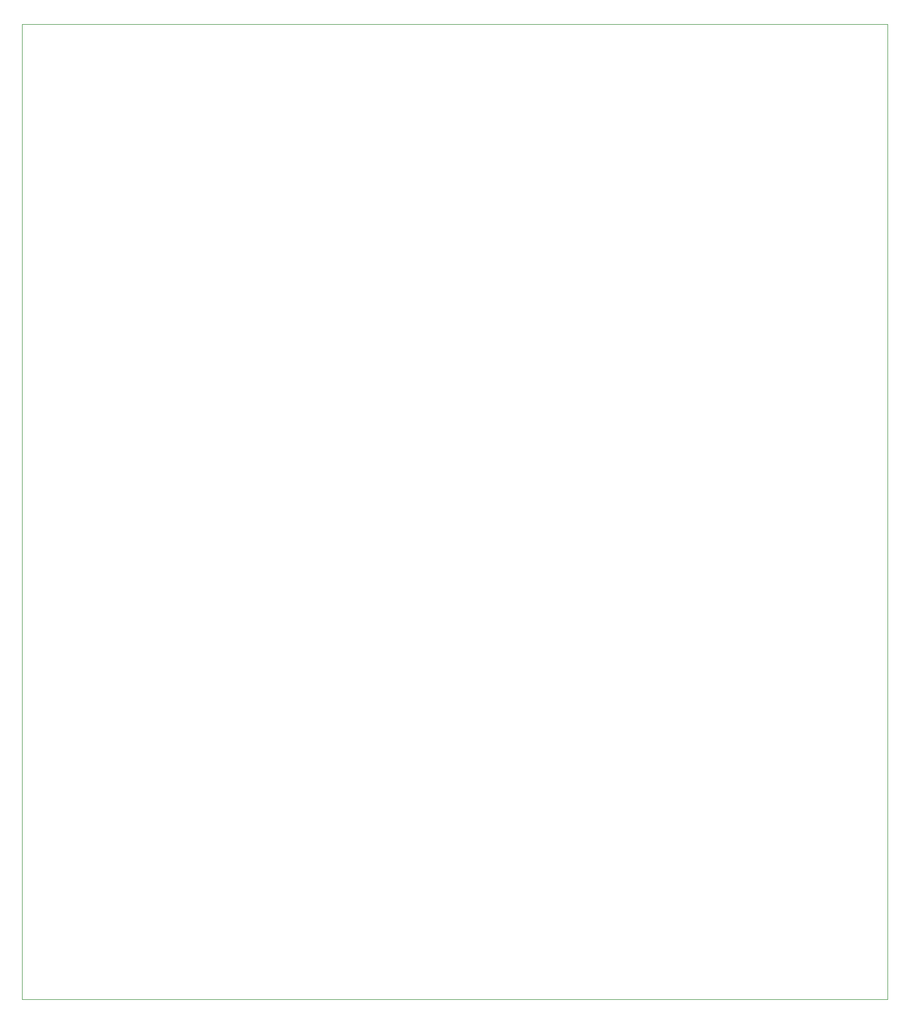
<source format=gbr>
%TF.GenerationSoftware,KiCad,Pcbnew,(5.1.7)-1*%
%TF.CreationDate,2020-10-17T18:25:27+02:00*%
%TF.ProjectId,SteirischeWortUhr2,53746569-7269-4736-9368-65576f727455,rev?*%
%TF.SameCoordinates,Original*%
%TF.FileFunction,Profile,NP*%
%FSLAX46Y46*%
G04 Gerber Fmt 4.6, Leading zero omitted, Abs format (unit mm)*
G04 Created by KiCad (PCBNEW (5.1.7)-1) date 2020-10-17 18:25:27*
%MOMM*%
%LPD*%
G01*
G04 APERTURE LIST*
%TA.AperFunction,Profile*%
%ADD10C,0.050000*%
%TD*%
G04 APERTURE END LIST*
D10*
X14732000Y-168910000D02*
X16510000Y-168910000D01*
X16256000Y-15240000D02*
X16510000Y-15240000D01*
X14732000Y-15240000D02*
X16256000Y-15240000D01*
X151130000Y-15240000D02*
X16510000Y-15240000D01*
X151130000Y-168910000D02*
X151130000Y-15240000D01*
X147320000Y-168910000D02*
X151130000Y-168910000D01*
X144780000Y-168910000D02*
X147320000Y-168910000D01*
X16510000Y-168910000D02*
X144780000Y-168910000D01*
X14732000Y-15240000D02*
X14732000Y-168910000D01*
M02*

</source>
